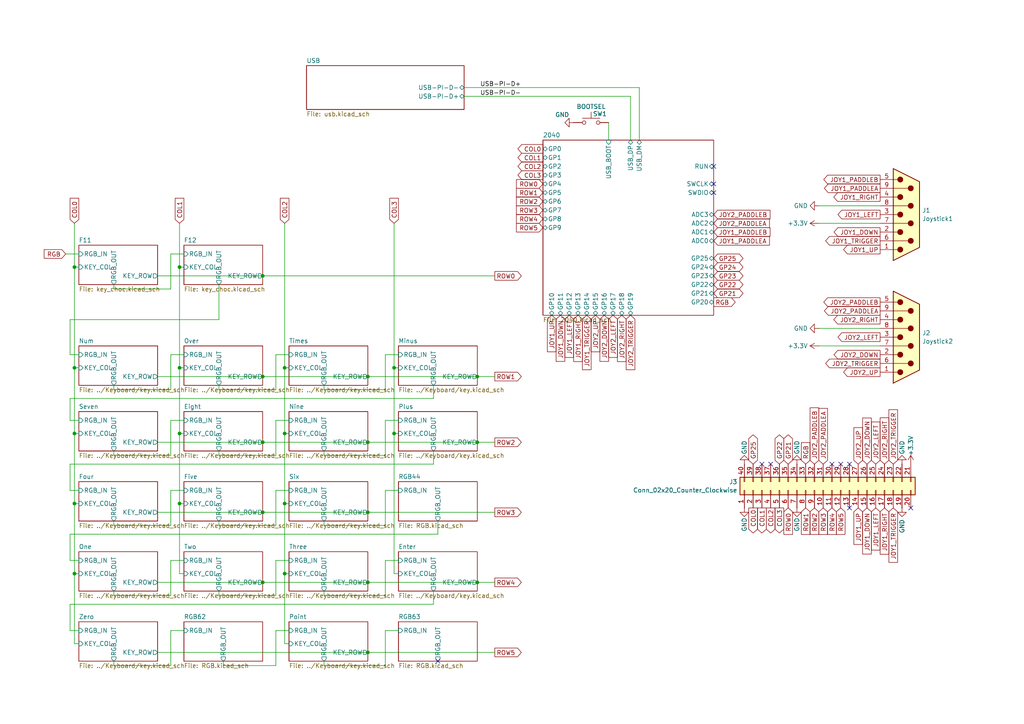
<source format=kicad_sch>
(kicad_sch (version 20231120) (generator "eeschema") (generator_version "8.0")
  (paper "A4")
  (title_block (title "Decent NumPad") (date "2024-08-09") (rev "1") (company "Decent Consulting"))
  (lib_symbols
    (symbol "Connector:DE9_Plug" (pin_names (offset 1.016) hide)
      (property "Reference" "J" (at 0 13.97 0))
      (property "Value" "DE9_Plug" (at 0 -14.605 0))
      (symbol "DE9_Plug_0_1"
        (circle (center -1.778 -10.16) (radius 0.762) (fill (type outline)))
        (circle (center -1.778 -5.08) (radius 0.762) (fill (type outline)))
        (circle (center -1.778 0) (radius 0.762) (fill (type outline)))
        (circle (center -1.778 5.08) (radius 0.762) (fill (type outline)))
        (circle (center -1.778 10.16) (radius 0.762) (fill (type outline)))
        (polyline (pts (xy -3.81 -10.16) (xy -2.54 -10.16)))
        (polyline (pts (xy -3.81 -7.62) (xy 0.508 -7.62)))
        (polyline (pts (xy -3.81 -5.08) (xy -2.54 -5.08)))
        (polyline (pts (xy -3.81 -2.54) (xy 0.508 -2.54)))
        (polyline (pts (xy -3.81 0) (xy -2.54 0)))
        (polyline (pts (xy -3.81 2.54) (xy 0.508 2.54)))
        (polyline (pts (xy -3.81 5.08) (xy -2.54 5.08)))
        (polyline (pts (xy -3.81 7.62) (xy 0.508 7.62)))
        (polyline (pts (xy -3.81 10.16) (xy -2.54 10.16)))
        (polyline (pts (xy -3.81 -13.335) (xy -3.81 13.335) (xy 3.81 9.525) (xy 3.81 -9.525) (xy -3.81 -13.335)) (stroke (width 0.254)) (fill (type background)))
        (circle (center 1.27 -7.62) (radius 0.762) (fill (type outline)))
        (circle (center 1.27 -2.54) (radius 0.762) (fill (type outline)))
        (circle (center 1.27 2.54) (radius 0.762) (fill (type outline)))
        (circle (center 1.27 7.62) (radius 0.762) (fill (type outline)))
      )
      (symbol "DE9_Plug_1_1"
        (pin passive line (at -7.62 -10.16 0) (length 3.81) (name "1") (number "1"))
        (pin passive line (at -7.62 -5.08 0) (length 3.81) (name "2") (number "2"))
        (pin passive line (at -7.62 0 0) (length 3.81) (name "3") (number "3"))
        (pin passive line (at -7.62 5.08 0) (length 3.81) (name "4") (number "4"))
        (pin passive line (at -7.62 10.16 0) (length 3.81) (name "5") (number "5"))
        (pin passive line (at -7.62 -7.62 0) (length 3.81) (name "6") (number "6"))
        (pin passive line (at -7.62 -2.54 0) (length 3.81) (name "7") (number "7"))
        (pin passive line (at -7.62 2.54 0) (length 3.81) (name "8") (number "8"))
        (pin passive line (at -7.62 7.62 0) (length 3.81) (name "9") (number "9"))
      )
    )
    (symbol "Connector_Generic:Conn_02x20_Counter_Clockwise" (pin_names (offset 1.016) hide)
      (property "Reference" "J" (at 1.27 25.4 0))
      (property "Value" "Conn_02x20_Counter_Clockwise" (at 1.27 -27.94 0))
      (symbol "Conn_02x20_Counter_Clockwise_1_1"
        (rectangle (start -1.27 -25.273) (end 0 -25.527) (stroke (width 0.1524)))
        (rectangle (start -1.27 -22.733) (end 0 -22.987) (stroke (width 0.1524)))
        (rectangle (start -1.27 -20.193) (end 0 -20.447) (stroke (width 0.1524)))
        (rectangle (start -1.27 -17.653) (end 0 -17.907) (stroke (width 0.1524)))
        (rectangle (start -1.27 -15.113) (end 0 -15.367) (stroke (width 0.1524)))
        (rectangle (start -1.27 -12.573) (end 0 -12.827) (stroke (width 0.1524)))
        (rectangle (start -1.27 -10.033) (end 0 -10.287) (stroke (width 0.1524)))
        (rectangle (start -1.27 -7.493) (end 0 -7.747) (stroke (width 0.1524)))
        (rectangle (start -1.27 -4.953) (end 0 -5.207) (stroke (width 0.1524)))
        (rectangle (start -1.27 -2.413) (end 0 -2.667) (stroke (width 0.1524)))
        (rectangle (start -1.27 0.127) (end 0 -0.127) (stroke (width 0.1524)))
        (rectangle (start -1.27 2.667) (end 0 2.413) (stroke (width 0.1524)))
        (rectangle (start -1.27 5.207) (end 0 4.953) (stroke (width 0.1524)))
        (rectangle (start -1.27 7.747) (end 0 7.493) (stroke (width 0.1524)))
        (rectangle (start -1.27 10.287) (end 0 10.033) (stroke (width 0.1524)))
        (rectangle (start -1.27 12.827) (end 0 12.573) (stroke (width 0.1524)))
        (rectangle (start -1.27 15.367) (end 0 15.113) (stroke (width 0.1524)))
        (rectangle (start -1.27 17.907) (end 0 17.653) (stroke (width 0.1524)))
        (rectangle (start -1.27 20.447) (end 0 20.193) (stroke (width 0.1524)))
        (rectangle (start -1.27 22.987) (end 0 22.733) (stroke (width 0.1524)))
        (rectangle (start -1.27 24.13) (end 3.81 -26.67) (stroke (width 0.254)) (fill (type background)))
        (rectangle (start 3.81 -25.273) (end 2.54 -25.527) (stroke (width 0.1524)))
        (rectangle (start 3.81 -22.733) (end 2.54 -22.987) (stroke (width 0.1524)))
        (rectangle (start 3.81 -20.193) (end 2.54 -20.447) (stroke (width 0.1524)))
        (rectangle (start 3.81 -17.653) (end 2.54 -17.907) (stroke (width 0.1524)))
        (rectangle (start 3.81 -15.113) (end 2.54 -15.367) (stroke (width 0.1524)))
        (rectangle (start 3.81 -12.573) (end 2.54 -12.827) (stroke (width 0.1524)))
        (rectangle (start 3.81 -10.033) (end 2.54 -10.287) (stroke (width 0.1524)))
        (rectangle (start 3.81 -7.493) (end 2.54 -7.747) (stroke (width 0.1524)))
        (rectangle (start 3.81 -4.953) (end 2.54 -5.207) (stroke (width 0.1524)))
        (rectangle (start 3.81 -2.413) (end 2.54 -2.667) (stroke (width 0.1524)))
        (rectangle (start 3.81 0.127) (end 2.54 -0.127) (stroke (width 0.1524)))
        (rectangle (start 3.81 2.667) (end 2.54 2.413) (stroke (width 0.1524)))
        (rectangle (start 3.81 5.207) (end 2.54 4.953) (stroke (width 0.1524)))
        (rectangle (start 3.81 7.747) (end 2.54 7.493) (stroke (width 0.1524)))
        (rectangle (start 3.81 10.287) (end 2.54 10.033) (stroke (width 0.1524)))
        (rectangle (start 3.81 12.827) (end 2.54 12.573) (stroke (width 0.1524)))
        (rectangle (start 3.81 15.367) (end 2.54 15.113) (stroke (width 0.1524)))
        (rectangle (start 3.81 17.907) (end 2.54 17.653) (stroke (width 0.1524)))
        (rectangle (start 3.81 20.447) (end 2.54 20.193) (stroke (width 0.1524)))
        (rectangle (start 3.81 22.987) (end 2.54 22.733) (stroke (width 0.1524)))
        (pin passive line (at -5.08 22.86 0) (length 3.81) (name "Pin_1") (number "1"))
        (pin passive line (at -5.08 0 0) (length 3.81) (name "Pin_10") (number "10"))
        (pin passive line (at -5.08 -2.54 0) (length 3.81) (name "Pin_11") (number "11"))
        (pin passive line (at -5.08 -5.08 0) (length 3.81) (name "Pin_12") (number "12"))
        (pin passive line (at -5.08 -7.62 0) (length 3.81) (name "Pin_13") (number "13"))
        (pin passive line (at -5.08 -10.16 0) (length 3.81) (name "Pin_14") (number "14"))
        (pin passive line (at -5.08 -12.7 0) (length 3.81) (name "Pin_15") (number "15"))
        (pin passive line (at -5.08 -15.24 0) (length 3.81) (name "Pin_16") (number "16"))
        (pin passive line (at -5.08 -17.78 0) (length 3.81) (name "Pin_17") (number "17"))
        (pin passive line (at -5.08 -20.32 0) (length 3.81) (name "Pin_18") (number "18"))
        (pin passive line (at -5.08 -22.86 0) (length 3.81) (name "Pin_19") (number "19"))
        (pin passive line (at -5.08 20.32 0) (length 3.81) (name "Pin_2") (number "2"))
        (pin passive line (at -5.08 -25.4 0) (length 3.81) (name "Pin_20") (number "20"))
        (pin passive line (at 7.62 -25.4 180) (length 3.81) (name "Pin_21") (number "21"))
        (pin passive line (at 7.62 -22.86 180) (length 3.81) (name "Pin_22") (number "22"))
        (pin passive line (at 7.62 -20.32 180) (length 3.81) (name "Pin_23") (number "23"))
        (pin passive line (at 7.62 -17.78 180) (length 3.81) (name "Pin_24") (number "24"))
        (pin passive line (at 7.62 -15.24 180) (length 3.81) (name "Pin_25") (number "25"))
        (pin passive line (at 7.62 -12.7 180) (length 3.81) (name "Pin_26") (number "26"))
        (pin passive line (at 7.62 -10.16 180) (length 3.81) (name "Pin_27") (number "27"))
        (pin passive line (at 7.62 -7.62 180) (length 3.81) (name "Pin_28") (number "28"))
        (pin passive line (at 7.62 -5.08 180) (length 3.81) (name "Pin_29") (number "29"))
        (pin passive line (at -5.08 17.78 0) (length 3.81) (name "Pin_3") (number "3"))
        (pin passive line (at 7.62 -2.54 180) (length 3.81) (name "Pin_30") (number "30"))
        (pin passive line (at 7.62 0 180) (length 3.81) (name "Pin_31") (number "31"))
        (pin passive line (at 7.62 2.54 180) (length 3.81) (name "Pin_32") (number "32"))
        (pin passive line (at 7.62 5.08 180) (length 3.81) (name "Pin_33") (number "33"))
        (pin passive line (at 7.62 7.62 180) (length 3.81) (name "Pin_34") (number "34"))
        (pin passive line (at 7.62 10.16 180) (length 3.81) (name "Pin_35") (number "35"))
        (pin passive line (at 7.62 12.7 180) (length 3.81) (name "Pin_36") (number "36"))
        (pin passive line (at 7.62 15.24 180) (length 3.81) (name "Pin_37") (number "37"))
        (pin passive line (at 7.62 17.78 180) (length 3.81) (name "Pin_38") (number "38"))
        (pin passive line (at 7.62 20.32 180) (length 3.81) (name "Pin_39") (number "39"))
        (pin passive line (at -5.08 15.24 0) (length 3.81) (name "Pin_4") (number "4"))
        (pin passive line (at 7.62 22.86 180) (length 3.81) (name "Pin_40") (number "40"))
        (pin passive line (at -5.08 12.7 0) (length 3.81) (name "Pin_5") (number "5"))
        (pin passive line (at -5.08 10.16 0) (length 3.81) (name "Pin_6") (number "6"))
        (pin passive line (at -5.08 7.62 0) (length 3.81) (name "Pin_7") (number "7"))
        (pin passive line (at -5.08 5.08 0) (length 3.81) (name "Pin_8") (number "8"))
        (pin passive line (at -5.08 2.54 0) (length 3.81) (name "Pin_9") (number "9"))
      )
    )
    (symbol "Switch:SW_Push" (pin_numbers hide) (pin_names (offset 1.016) hide)
      (property "Reference" "SW" (at 1.27 2.54 0))
      (property "Value" "SW_Push" (at 0 -1.524 0))
      (symbol "SW_Push_0_1"
        (circle (center -2.032 0) (radius 0.508))
        (polyline (pts (xy 0 1.27) (xy 0 3.048)))
        (polyline (pts (xy 2.54 1.27) (xy -2.54 1.27)))
        (circle (center 2.032 0) (radius 0.508))
        (pin passive line (at -5.08 0 0) (length 2.54) (name "1") (number "1"))
        (pin passive line (at 5.08 0 180) (length 2.54) (name "2") (number "2"))
      )
    )
    (symbol "power:+3.3V" (power) (pin_numbers hide) (pin_names (offset 0) hide)
      (property "Value" "+3.3V" (at 0 3.556 0))
      (symbol "+3.3V_0_1"
        (polyline (pts (xy -0.762 1.27) (xy 0 2.54)))
        (polyline (pts (xy 0 0) (xy 0 2.54)))
        (polyline (pts (xy 0 2.54) (xy 0.762 1.27)))
      )
      (symbol "+3.3V_1_1"
        (pin power_in line (at 0 0 90) (length 0) (name "~") (number "1"))
      )
    )
    (symbol "power:GND" (power) (pin_numbers hide) (pin_names (offset 0) hide)
      (property "Value" "GND" (at 0 -3.81 0))
      (symbol "GND_0_1"
        (polyline (pts (xy 0 0) (xy 0 -1.27) (xy 1.27 -1.27) (xy 0 -2.54) (xy -1.27 -1.27) (xy 0 -1.27)))
      )
      (symbol "GND_1_1"
        (pin power_in line (at 0 0 270) (length 0) (name "~") (number "1"))
      )
    )
  )
  (junction (at 52.07 106.68))
  (junction (at 21.59 166.37))
  (junction (at 52.07 146.05))
  (junction (at 82.55 166.37))
  (junction (at 106.68 109.22))
  (junction (at 76.2 80.01))
  (junction (at 106.68 168.91))
  (junction (at 82.55 106.68))
  (junction (at 52.07 125.73))
  (junction (at 76.2 168.91))
  (junction (at 82.55 125.73))
  (junction (at 106.68 148.59))
  (junction (at 138.43 128.27))
  (junction (at 21.59 106.68))
  (junction (at 21.59 146.05))
  (junction (at 82.55 146.05))
  (junction (at 138.43 168.91))
  (junction (at 76.2 109.22))
  (junction (at 21.59 125.73))
  (junction (at 114.3 125.73))
  (junction (at 114.3 106.68))
  (junction (at 21.59 77.47))
  (junction (at 138.43 109.22))
  (junction (at 76.2 128.27))
  (junction (at 106.68 189.23))
  (junction (at 52.07 77.47))
  (junction (at 76.2 148.59))
  (junction (at 106.68 128.27))
  (no_connect (at 127 191.77))
  (no_connect (at 207.01 55.88))
  (no_connect (at 207.01 48.26))
  (no_connect (at 243.84 134.62))
  (no_connect (at 223.52 134.62))
  (no_connect (at 241.3 134.62))
  (no_connect (at 246.38 147.32))
  (no_connect (at 264.16 147.32))
  (no_connect (at 246.38 134.62))
  (no_connect (at 207.01 53.34))
  (no_connect (at 220.98 134.62))
  (wire (pts (xy 45.72 168.91) (xy 76.2 168.91)))
  (wire (pts (xy 76.2 80.01) (xy 143.51 80.01)))
  (wire (pts (xy 21.59 125.73) (xy 22.86 125.73)))
  (wire (pts (xy 21.59 64.77) (xy 21.59 77.47)))
  (wire (pts (xy 76.2 109.22) (xy 106.68 109.22)))
  (wire (pts (xy 20.32 154.94) (xy 20.32 162.56)))
  (wire (pts (xy 20.32 121.92) (xy 22.86 121.92)))
  (wire (pts (xy 114.3 106.68) (xy 114.3 125.73)))
  (wire (pts (xy 185.42 40.64) (xy 185.42 25.4)))
  (wire (pts (xy 45.72 80.01) (xy 76.2 80.01)))
  (wire (pts (xy 63.5 113.03) (xy 80.01 113.03)))
  (wire (pts (xy 49.53 193.04) (xy 49.53 182.88)))
  (wire (pts (xy 106.68 168.91) (xy 138.43 168.91)))
  (wire (pts (xy 45.72 109.22) (xy 76.2 109.22)))
  (wire (pts (xy 80.01 142.24) (xy 83.82 142.24)))
  (wire (pts (xy 115.57 106.68) (xy 114.3 106.68)))
  (wire (pts (xy 111.76 182.88) (xy 115.57 182.88)))
  (wire (pts (xy 114.3 166.37) (xy 115.57 166.37)))
  (wire (pts (xy 63.5 172.72) (xy 80.01 172.72)))
  (wire (pts (xy 64.77 191.77) (xy 64.77 193.04)))
  (wire (pts (xy 33.02 132.08) (xy 49.53 132.08)))
  (wire (pts (xy 114.3 125.73) (xy 115.57 125.73)))
  (wire (pts (xy 93.98 111.76) (xy 93.98 113.03)))
  (wire (pts (xy 76.2 168.91) (xy 106.68 168.91)))
  (wire (pts (xy 176.53 35.56) (xy 176.53 40.64)))
  (wire (pts (xy 63.5 92.71) (xy 20.32 92.71)))
  (wire (pts (xy 93.98 172.72) (xy 111.76 172.72)))
  (wire (pts (xy 182.88 27.94) (xy 134.62 27.94)))
  (wire (pts (xy 138.43 109.22) (xy 143.51 109.22)))
  (wire (pts (xy 21.59 186.69) (xy 22.86 186.69)))
  (wire (pts (xy 49.53 73.66) (xy 53.34 73.66)))
  (wire (pts (xy 138.43 128.27) (xy 143.51 128.27)))
  (wire (pts (xy 114.3 64.77) (xy 114.3 106.68)))
  (wire (pts (xy 82.55 64.77) (xy 82.55 106.68)))
  (wire (pts (xy 21.59 77.47) (xy 21.59 106.68)))
  (wire (pts (xy 33.02 151.13) (xy 33.02 152.4)))
  (wire (pts (xy 33.02 152.4) (xy 49.53 152.4)))
  (wire (pts (xy 237.49 100.33) (xy 255.27 100.33)))
  (wire (pts (xy 82.55 186.69) (xy 83.82 186.69)))
  (wire (pts (xy 93.98 193.04) (xy 111.76 193.04)))
  (wire (pts (xy 82.55 166.37) (xy 82.55 186.69)))
  (wire (pts (xy 52.07 146.05) (xy 52.07 166.37)))
  (wire (pts (xy 76.2 148.59) (xy 106.68 148.59)))
  (wire (pts (xy 21.59 166.37) (xy 22.86 166.37)))
  (wire (pts (xy 127 154.94) (xy 127 151.13)))
  (wire (pts (xy 21.59 106.68) (xy 22.86 106.68)))
  (wire (pts (xy 80.01 102.87) (xy 83.82 102.87)))
  (wire (pts (xy 33.02 191.77) (xy 33.02 193.04)))
  (wire (pts (xy 80.01 182.88) (xy 83.82 182.88)))
  (wire (pts (xy 20.32 134.62) (xy 20.32 142.24)))
  (wire (pts (xy 93.98 152.4) (xy 111.76 152.4)))
  (wire (pts (xy 52.07 106.68) (xy 53.34 106.68)))
  (wire (pts (xy 111.76 152.4) (xy 111.76 142.24)))
  (wire (pts (xy 93.98 130.81) (xy 93.98 132.08)))
  (wire (pts (xy 20.32 175.26) (xy 20.32 182.88)))
  (wire (pts (xy 82.55 125.73) (xy 83.82 125.73)))
  (wire (pts (xy 33.02 83.82) (xy 49.53 83.82)))
  (wire (pts (xy 21.59 125.73) (xy 21.59 146.05)))
  (wire (pts (xy 33.02 130.81) (xy 33.02 132.08)))
  (wire (pts (xy 63.5 111.76) (xy 63.5 113.03)))
  (wire (pts (xy 33.02 171.45) (xy 33.02 172.72)))
  (wire (pts (xy 49.53 162.56) (xy 53.34 162.56)))
  (wire (pts (xy 20.32 142.24) (xy 22.86 142.24)))
  (wire (pts (xy 21.59 146.05) (xy 21.59 166.37)))
  (wire (pts (xy 49.53 121.92) (xy 53.34 121.92)))
  (wire (pts (xy 106.68 109.22) (xy 138.43 109.22)))
  (wire (pts (xy 80.01 113.03) (xy 80.01 102.87)))
  (wire (pts (xy 33.02 113.03) (xy 49.53 113.03)))
  (wire (pts (xy 80.01 193.04) (xy 80.01 182.88)))
  (wire (pts (xy 22.86 77.47) (xy 21.59 77.47)))
  (wire (pts (xy 111.76 132.08) (xy 111.76 121.92)))
  (wire (pts (xy 82.55 146.05) (xy 82.55 166.37)))
  (wire (pts (xy 33.02 111.76) (xy 33.02 113.03)))
  (wire (pts (xy 64.77 193.04) (xy 80.01 193.04)))
  (wire (pts (xy 111.76 102.87) (xy 115.57 102.87)))
  (wire (pts (xy 21.59 166.37) (xy 21.59 186.69)))
  (wire (pts (xy 19.05 73.66) (xy 22.86 73.66)))
  (wire (pts (xy 80.01 152.4) (xy 80.01 142.24)))
  (wire (pts (xy 237.49 95.25) (xy 255.27 95.25)))
  (wire (pts (xy 52.07 64.77) (xy 52.07 77.47)))
  (wire (pts (xy 125.73 111.76) (xy 125.73 115.57)))
  (wire (pts (xy 114.3 125.73) (xy 114.3 166.37)))
  (wire (pts (xy 63.5 130.81) (xy 63.5 132.08)))
  (wire (pts (xy 63.5 82.55) (xy 63.5 92.71)))
  (wire (pts (xy 52.07 125.73) (xy 52.07 146.05)))
  (wire (pts (xy 93.98 132.08) (xy 111.76 132.08)))
  (wire (pts (xy 80.01 121.92) (xy 83.82 121.92)))
  (wire (pts (xy 52.07 77.47) (xy 52.07 106.68)))
  (wire (pts (xy 106.68 148.59) (xy 143.51 148.59)))
  (wire (pts (xy 20.32 92.71) (xy 20.32 102.87)))
  (wire (pts (xy 125.73 175.26) (xy 125.73 171.45)))
  (wire (pts (xy 93.98 191.77) (xy 93.98 193.04)))
  (wire (pts (xy 80.01 172.72) (xy 80.01 162.56)))
  (wire (pts (xy 20.32 162.56) (xy 22.86 162.56)))
  (wire (pts (xy 49.53 152.4) (xy 49.53 142.24)))
  (wire (pts (xy 82.55 106.68) (xy 82.55 125.73)))
  (wire (pts (xy 93.98 113.03) (xy 111.76 113.03)))
  (wire (pts (xy 20.32 175.26) (xy 125.73 175.26)))
  (wire (pts (xy 49.53 182.88) (xy 53.34 182.88)))
  (wire (pts (xy 49.53 83.82) (xy 49.53 73.66)))
  (wire (pts (xy 45.72 148.59) (xy 76.2 148.59)))
  (wire (pts (xy 33.02 172.72) (xy 49.53 172.72)))
  (wire (pts (xy 45.72 128.27) (xy 76.2 128.27)))
  (wire (pts (xy 237.49 64.77) (xy 255.27 64.77)))
  (wire (pts (xy 20.32 182.88) (xy 22.86 182.88)))
  (wire (pts (xy 63.5 132.08) (xy 80.01 132.08)))
  (wire (pts (xy 138.43 168.91) (xy 143.51 168.91)))
  (wire (pts (xy 182.88 40.64) (xy 182.88 27.94)))
  (wire (pts (xy 49.53 142.24) (xy 53.34 142.24)))
  (wire (pts (xy 111.76 172.72) (xy 111.76 162.56)))
  (wire (pts (xy 80.01 162.56) (xy 83.82 162.56)))
  (wire (pts (xy 82.55 166.37) (xy 83.82 166.37)))
  (wire (pts (xy 20.32 154.94) (xy 127 154.94)))
  (wire (pts (xy 237.49 59.69) (xy 255.27 59.69)))
  (wire (pts (xy 53.34 77.47) (xy 52.07 77.47)))
  (wire (pts (xy 63.5 171.45) (xy 63.5 172.72)))
  (wire (pts (xy 49.53 102.87) (xy 53.34 102.87)))
  (wire (pts (xy 20.32 102.87) (xy 22.86 102.87)))
  (wire (pts (xy 106.68 128.27) (xy 138.43 128.27)))
  (wire (pts (xy 80.01 121.92) (xy 80.01 132.08)))
  (wire (pts (xy 111.76 142.24) (xy 115.57 142.24)))
  (wire (pts (xy 20.32 115.57) (xy 20.32 121.92)))
  (wire (pts (xy 52.07 166.37) (xy 53.34 166.37)))
  (wire (pts (xy 20.32 134.62) (xy 125.73 134.62)))
  (wire (pts (xy 63.5 151.13) (xy 63.5 152.4)))
  (wire (pts (xy 33.02 193.04) (xy 49.53 193.04)))
  (wire (pts (xy 52.07 146.05) (xy 53.34 146.05)))
  (wire (pts (xy 21.59 146.05) (xy 22.86 146.05)))
  (wire (pts (xy 49.53 172.72) (xy 49.53 162.56)))
  (wire (pts (xy 111.76 113.03) (xy 111.76 102.87)))
  (wire (pts (xy 82.55 146.05) (xy 83.82 146.05)))
  (wire (pts (xy 52.07 125.73) (xy 53.34 125.73)))
  (wire (pts (xy 21.59 106.68) (xy 21.59 125.73)))
  (wire (pts (xy 63.5 152.4) (xy 80.01 152.4)))
  (wire (pts (xy 52.07 106.68) (xy 52.07 125.73)))
  (wire (pts (xy 106.68 189.23) (xy 143.51 189.23)))
  (wire (pts (xy 82.55 125.73) (xy 82.55 146.05)))
  (wire (pts (xy 33.02 82.55) (xy 33.02 83.82)))
  (wire (pts (xy 83.82 106.68) (xy 82.55 106.68)))
  (wire (pts (xy 49.53 132.08) (xy 49.53 121.92)))
  (wire (pts (xy 125.73 115.57) (xy 20.32 115.57)))
  (wire (pts (xy 111.76 193.04) (xy 111.76 182.88)))
  (wire (pts (xy 45.72 189.23) (xy 106.68 189.23)))
  (wire (pts (xy 111.76 121.92) (xy 115.57 121.92)))
  (wire (pts (xy 76.2 128.27) (xy 106.68 128.27)))
  (wire (pts (xy 93.98 151.13) (xy 93.98 152.4)))
  (wire (pts (xy 49.53 113.03) (xy 49.53 102.87)))
  (wire (pts (xy 93.98 171.45) (xy 93.98 172.72)))
  (wire (pts (xy 125.73 134.62) (xy 125.73 130.81)))
  (wire (pts (xy 185.42 25.4) (xy 134.62 25.4)))
  (wire (pts (xy 111.76 162.56) (xy 115.57 162.56)))
  (label "USB-PI-D+" (at 151.13 25.4 180))
  (label "USB-PI-D-" (at 151.13 27.94 180))
  (global_label "GP23" (shape bidirectional) (at 207.01 80.01 0) (property "Intersheetrefs" "${INTERSHEET_REFS}" (effects (hide yes))))
  (global_label "JOY1_PADDLEA" (shape output) (at 255.27 54.61 180) (property "Intersheetrefs" "${INTERSHEET_REFS}" (effects (hide yes))))
  (global_label "COL3" (shape output) (at 157.48 50.8 180) (property "Intersheetrefs" "${INTERSHEET_REFS}" (effects (hide yes))))
  (global_label "JOY1_TRIGGER" (shape input) (at 170.18 91.44 270) (property "Intersheetrefs" "${INTERSHEET_REFS}" (effects (hide yes))))
  (global_label "RGB" (shape input) (at 19.05 73.66 180) (property "Intersheetrefs" "${INTERSHEET_REFS}" (effects (hide yes))))
  (global_label "ROW4" (shape input) (at 241.3 147.32 270) (property "Intersheetrefs" "${INTERSHEET_REFS}" (effects (hide yes))))
  (global_label "COL0" (shape output) (at 218.44 147.32 270) (property "Intersheetrefs" "${INTERSHEET_REFS}" (effects (hide yes))))
  (global_label "JOY1_UP" (shape input) (at 248.92 147.32 270) (property "Intersheetrefs" "${INTERSHEET_REFS}" (effects (hide yes))))
  (global_label "ROW0" (shape output) (at 143.51 80.01 0) (property "Intersheetrefs" "${INTERSHEET_REFS}" (effects (hide yes))))
  (global_label "ROW0" (shape input) (at 228.6 147.32 270) (property "Intersheetrefs" "${INTERSHEET_REFS}" (effects (hide yes))))
  (global_label "JOY2_PADDLEB" (shape input) (at 236.22 134.62 90) (property "Intersheetrefs" "${INTERSHEET_REFS}" (effects (hide yes))))
  (global_label "JOY2_LEFT" (shape input) (at 254 134.62 90) (property "Intersheetrefs" "${INTERSHEET_REFS}" (effects (hide yes))))
  (global_label "ROW4" (shape input) (at 157.48 63.5 180) (property "Intersheetrefs" "${INTERSHEET_REFS}" (effects (hide yes))))
  (global_label "JOY2_RIGHT" (shape output) (at 255.27 92.71 180) (property "Intersheetrefs" "${INTERSHEET_REFS}" (effects (hide yes))))
  (global_label "JOY2_DOWN" (shape output) (at 255.27 102.87 180) (property "Intersheetrefs" "${INTERSHEET_REFS}" (effects (hide yes))))
  (global_label "JOY1_PADDLEA" (shape input) (at 207.01 69.85 0) (property "Intersheetrefs" "${INTERSHEET_REFS}" (effects (hide yes))))
  (global_label "JOY1_PADDLEB" (shape input) (at 207.01 67.31 0) (property "Intersheetrefs" "${INTERSHEET_REFS}" (effects (hide yes))))
  (global_label "ROW5" (shape input) (at 157.48 66.04 180) (property "Intersheetrefs" "${INTERSHEET_REFS}" (effects (hide yes))))
  (global_label "COL3" (shape output) (at 226.06 147.32 270) (property "Intersheetrefs" "${INTERSHEET_REFS}" (effects (hide yes))))
  (global_label "JOY1_TRIGGER" (shape output) (at 255.27 69.85 180) (property "Intersheetrefs" "${INTERSHEET_REFS}" (effects (hide yes))))
  (global_label "JOY2_DOWN" (shape input) (at 175.26 91.44 270) (property "Intersheetrefs" "${INTERSHEET_REFS}" (effects (hide yes))))
  (global_label "JOY1_PADDLEB" (shape output) (at 255.27 52.07 180) (property "Intersheetrefs" "${INTERSHEET_REFS}" (effects (hide yes))))
  (global_label "JOY2_LEFT" (shape output) (at 255.27 97.79 180) (property "Intersheetrefs" "${INTERSHEET_REFS}" (effects (hide yes))))
  (global_label "ROW5" (shape input) (at 243.84 147.32 270) (property "Intersheetrefs" "${INTERSHEET_REFS}" (effects (hide yes))))
  (global_label "JOY1_UP" (shape output) (at 255.27 72.39 180) (property "Intersheetrefs" "${INTERSHEET_REFS}" (effects (hide yes))))
  (global_label "COL2" (shape output) (at 157.48 48.26 180) (property "Intersheetrefs" "${INTERSHEET_REFS}" (effects (hide yes))))
  (global_label "ROW1" (shape input) (at 233.68 147.32 270) (property "Intersheetrefs" "${INTERSHEET_REFS}" (effects (hide yes))))
  (global_label "GP22" (shape bidirectional) (at 226.06 134.62 90) (property "Intersheetrefs" "${INTERSHEET_REFS}" (effects (hide yes))))
  (global_label "GP22" (shape bidirectional) (at 207.01 82.55 0) (property "Intersheetrefs" "${INTERSHEET_REFS}" (effects (hide yes))))
  (global_label "JOY1_DOWN" (shape input) (at 162.56 91.44 270) (property "Intersheetrefs" "${INTERSHEET_REFS}" (effects (hide yes))))
  (global_label "ROW4" (shape output) (at 143.51 168.91 0) (property "Intersheetrefs" "${INTERSHEET_REFS}" (effects (hide yes))))
  (global_label "COL1" (shape output) (at 220.98 147.32 270) (property "Intersheetrefs" "${INTERSHEET_REFS}" (effects (hide yes))))
  (global_label "JOY2_PADDLEA" (shape input) (at 238.76 134.62 90) (property "Intersheetrefs" "${INTERSHEET_REFS}" (effects (hide yes))))
  (global_label "JOY1_TRIGGER" (shape input) (at 259.08 147.32 270) (property "Intersheetrefs" "${INTERSHEET_REFS}" (effects (hide yes))))
  (global_label "JOY1_DOWN" (shape output) (at 255.27 67.31 180) (property "Intersheetrefs" "${INTERSHEET_REFS}" (effects (hide yes))))
  (global_label "JOY1_RIGHT" (shape input) (at 167.64 91.44 270) (property "Intersheetrefs" "${INTERSHEET_REFS}" (effects (hide yes))))
  (global_label "JOY2_RIGHT" (shape input) (at 256.54 134.62 90) (property "Intersheetrefs" "${INTERSHEET_REFS}" (effects (hide yes))))
  (global_label "ROW2" (shape output) (at 143.51 128.27 0) (property "Intersheetrefs" "${INTERSHEET_REFS}" (effects (hide yes))))
  (global_label "JOY1_LEFT" (shape input) (at 165.1 91.44 270) (property "Intersheetrefs" "${INTERSHEET_REFS}" (effects (hide yes))))
  (global_label "ROW2" (shape input) (at 157.48 58.42 180) (property "Intersheetrefs" "${INTERSHEET_REFS}" (effects (hide yes))))
  (global_label "COL2" (shape input) (at 82.55 64.77 90) (property "Intersheetrefs" "${INTERSHEET_REFS}" (effects (hide yes))))
  (global_label "JOY2_UP" (shape input) (at 172.72 91.44 270) (property "Intersheetrefs" "${INTERSHEET_REFS}" (effects (hide yes))))
  (global_label "ROW5" (shape output) (at 143.51 189.23 0) (property "Intersheetrefs" "${INTERSHEET_REFS}" (effects (hide yes))))
  (global_label "RGB" (shape output) (at 207.01 87.63 0) (property "Intersheetrefs" "${INTERSHEET_REFS}" (effects (hide yes))))
  (global_label "GP24" (shape bidirectional) (at 207.01 77.47 0) (property "Intersheetrefs" "${INTERSHEET_REFS}" (effects (hide yes))))
  (global_label "ROW3" (shape output) (at 143.51 148.59 0) (property "Intersheetrefs" "${INTERSHEET_REFS}" (effects (hide yes))))
  (global_label "JOY1_RIGHT" (shape input) (at 256.54 147.32 270) (property "Intersheetrefs" "${INTERSHEET_REFS}" (effects (hide yes))))
  (global_label "COL1" (shape output) (at 157.48 45.72 180) (property "Intersheetrefs" "${INTERSHEET_REFS}" (effects (hide yes))))
  (global_label "JOY1_LEFT" (shape output) (at 255.27 62.23 180) (property "Intersheetrefs" "${INTERSHEET_REFS}" (effects (hide yes))))
  (global_label "JOY2_TRIGGER" (shape output) (at 255.27 105.41 180) (property "Intersheetrefs" "${INTERSHEET_REFS}" (effects (hide yes))))
  (global_label "GP25" (shape bidirectional) (at 207.01 74.93 0) (property "Intersheetrefs" "${INTERSHEET_REFS}" (effects (hide yes))))
  (global_label "ROW2" (shape input) (at 236.22 147.32 270) (property "Intersheetrefs" "${INTERSHEET_REFS}" (effects (hide yes))))
  (global_label "JOY1_RIGHT" (shape output) (at 255.27 57.15 180) (property "Intersheetrefs" "${INTERSHEET_REFS}" (effects (hide yes))))
  (global_label "GP21" (shape bidirectional) (at 207.01 85.09 0) (property "Intersheetrefs" "${INTERSHEET_REFS}" (effects (hide yes))))
  (global_label "JOY2_LEFT" (shape input) (at 177.8 91.44 270) (property "Intersheetrefs" "${INTERSHEET_REFS}" (effects (hide yes))))
  (global_label "JOY1_DOWN" (shape input) (at 251.46 147.32 270) (property "Intersheetrefs" "${INTERSHEET_REFS}" (effects (hide yes))))
  (global_label "COL2" (shape output) (at 223.52 147.32 270) (property "Intersheetrefs" "${INTERSHEET_REFS}" (effects (hide yes))))
  (global_label "COL1" (shape input) (at 52.07 64.77 90) (property "Intersheetrefs" "${INTERSHEET_REFS}" (effects (hide yes))))
  (global_label "GP25" (shape bidirectional) (at 218.44 134.62 90) (property "Intersheetrefs" "${INTERSHEET_REFS}" (effects (hide yes))))
  (global_label "JOY2_PADDLEA" (shape output) (at 255.27 90.17 180) (property "Intersheetrefs" "${INTERSHEET_REFS}" (effects (hide yes))))
  (global_label "GP21" (shape bidirectional) (at 228.6 134.62 90) (property "Intersheetrefs" "${INTERSHEET_REFS}" (effects (hide yes))))
  (global_label "JOY2_DOWN" (shape input) (at 251.46 134.62 90) (property "Intersheetrefs" "${INTERSHEET_REFS}" (effects (hide yes))))
  (global_label "JOY2_TRIGGER" (shape input) (at 182.88 91.44 270) (property "Intersheetrefs" "${INTERSHEET_REFS}" (effects (hide yes))))
  (global_label "COL0" (shape input) (at 21.59 64.77 90) (property "Intersheetrefs" "${INTERSHEET_REFS}" (effects (hide yes))))
  (global_label "JOY2_UP" (shape input) (at 248.92 134.62 90) (property "Intersheetrefs" "${INTERSHEET_REFS}" (effects (hide yes))))
  (global_label "JOY2_PADDLEB" (shape output) (at 255.27 87.63 180) (property "Intersheetrefs" "${INTERSHEET_REFS}" (effects (hide yes))))
  (global_label "ROW3" (shape input) (at 238.76 147.32 270) (property "Intersheetrefs" "${INTERSHEET_REFS}" (effects (hide yes))))
  (global_label "ROW3" (shape input) (at 157.48 60.96 180) (property "Intersheetrefs" "${INTERSHEET_REFS}" (effects (hide yes))))
  (global_label "JOY2_UP" (shape output) (at 255.27 107.95 180) (property "Intersheetrefs" "${INTERSHEET_REFS}" (effects (hide yes))))
  (global_label "ROW1" (shape input) (at 157.48 55.88 180) (property "Intersheetrefs" "${INTERSHEET_REFS}" (effects (hide yes))))
  (global_label "COL0" (shape output) (at 157.48 43.18 180) (property "Intersheetrefs" "${INTERSHEET_REFS}" (effects (hide yes))))
  (global_label "JOY2_PADDLEB" (shape input) (at 207.01 62.23 0) (property "Intersheetrefs" "${INTERSHEET_REFS}" (effects (hide yes))))
  (global_label "JOY1_LEFT" (shape input) (at 254 147.32 270) (property "Intersheetrefs" "${INTERSHEET_REFS}" (effects (hide yes))))
  (global_label "COL3" (shape input) (at 114.3 64.77 90) (property "Intersheetrefs" "${INTERSHEET_REFS}" (effects (hide yes))))
  (global_label "ROW0" (shape input) (at 157.48 53.34 180) (property "Intersheetrefs" "${INTERSHEET_REFS}" (effects (hide yes))))
  (global_label "ROW1" (shape output) (at 143.51 109.22 0) (property "Intersheetrefs" "${INTERSHEET_REFS}" (effects (hide yes))))
  (global_label "JOY2_TRIGGER" (shape input) (at 259.08 134.62 90) (property "Intersheetrefs" "${INTERSHEET_REFS}" (effects (hide yes))))
  (global_label "JOY2_PADDLEA" (shape input) (at 207.01 64.77 0) (property "Intersheetrefs" "${INTERSHEET_REFS}" (effects (hide yes))))
  (global_label "JOY1_UP" (shape input) (at 160.02 91.44 270) (property "Intersheetrefs" "${INTERSHEET_REFS}" (effects (hide yes))))
  (global_label "RGB" (shape input) (at 233.68 134.62 90) (property "Intersheetrefs" "${INTERSHEET_REFS}" (effects (hide yes))))
  (global_label "JOY2_RIGHT" (shape input) (at 180.34 91.44 270) (property "Intersheetrefs" "${INTERSHEET_REFS}" (effects (hide yes))))
  (symbol (lib_id "Connector:DE9_Plug") (at 262.89 62.23 0) (unit 1) (in_bom no)
    (property "Reference" "J1" (at 267.462 61.0178 0) (effects (justify left)))
    (property "Value" "Joystick1" (at 267.462 63.4421 0) (effects (justify left)))
    (property "Footprint" "Connector_Dsub:DSUB-9_Male_Horizontal_P2.77x2.84mm_EdgePinOffset4.94mm_Housed_MountingHolesOffset7.48mm" (effects (hide yes)))
    (property "Description" "9-pin male plug pin D-SUB connector" (effects (hide yes)))
  )
  (symbol (lib_id "power:+3.3V") (at 264.16 134.62 0) (unit 1)
    (property "Reference" "#PWR010" (effects (hide yes)))
    (property "Value" "+3.3V" (at 264.16 129.286 90))
    (property "Description" "Power symbol creates a global label with name \"+3.3V\"" (effects (hide yes)))
  )
  (symbol (lib_id "power:GND") (at 166.37 35.56 270) (unit 1)
    (property "Reference" "#PWR01" (effects (hide yes)))
    (property "Value" "GND" (at 165.1 33.274 90) (effects (justify right)))
    (property "Description" "Power symbol creates a global label with name \"GND\" , ground" (effects (hide yes)))
  )
  (symbol (lib_id "Connector:DE9_Plug") (at 262.89 97.79 0) (unit 1) (in_bom no)
    (property "Reference" "J2" (at 267.462 96.5778 0) (effects (justify left)))
    (property "Value" "Joystick2" (at 267.462 99.0021 0) (effects (justify left)))
    (property "Footprint" "Connector_Dsub:DSUB-9_Male_Horizontal_P2.77x2.84mm_EdgePinOffset4.94mm_Housed_MountingHolesOffset7.48mm" (effects (hide yes)))
    (property "Description" "9-pin male plug pin D-SUB connector" (effects (hide yes)))
  )
  (symbol (lib_id "power:GND") (at 237.49 59.69 270) (unit 1)
    (property "Reference" "#PWR02" (effects (hide yes)))
    (property "Value" "GND" (at 234.3151 59.69 90) (effects (justify right)))
    (property "Description" "Power symbol creates a global label with name \"GND\" , ground" (effects (hide yes)))
  )
  (symbol (lib_id "power:+3.3V") (at 237.49 100.33 90) (unit 1)
    (property "Reference" "#PWR05" (effects (hide yes)))
    (property "Value" "+3.3V" (at 234.315 100.33 90) (effects (justify left)))
    (property "Description" "Power symbol creates a global label with name \"+3.3V\"" (effects (hide yes)))
  )
  (symbol (lib_id "power:GND") (at 237.49 95.25 270) (unit 1)
    (property "Reference" "#PWR04" (effects (hide yes)))
    (property "Value" "GND" (at 234.3151 95.25 90) (effects (justify right)))
    (property "Description" "Power symbol creates a global label with name \"GND\" , ground" (effects (hide yes)))
  )
  (symbol (lib_id "power:GND") (at 215.9 147.32 0) (unit 1)
    (property "Reference" "#PWR011" (effects (hide yes)))
    (property "Value" "GND" (at 215.9 152.146 90))
    (property "Description" "Power symbol creates a global label with name \"GND\" , ground" (effects (hide yes)))
  )
  (symbol (lib_id "power:GND") (at 231.14 147.32 0) (unit 1)
    (property "Reference" "#PWR012" (effects (hide yes)))
    (property "Value" "GND" (at 231.14 152.146 90))
    (property "Description" "Power symbol creates a global label with name \"GND\" , ground" (effects (hide yes)))
  )
  (symbol (lib_id "power:GND") (at 261.62 134.62 180) (unit 1)
    (property "Reference" "#PWR09" (effects (hide yes)))
    (property "Value" "GND" (at 261.62 129.794 90))
    (property "Description" "Power symbol creates a global label with name \"GND\" , ground" (effects (hide yes)))
  )
  (symbol (lib_id "power:GND") (at 215.9 134.62 180) (unit 1)
    (property "Reference" "#PWR06" (effects (hide yes)))
    (property "Value" "GND" (at 215.9 129.794 90))
    (property "Description" "Power symbol creates a global label with name \"GND\" , ground" (effects (hide yes)))
  )
  (symbol (lib_id "power:+3.3V") (at 237.49 64.77 90) (unit 1)
    (property "Reference" "#PWR03" (effects (hide yes)))
    (property "Value" "+3.3V" (at 234.315 64.77 90) (effects (justify left)))
    (property "Description" "Power symbol creates a global label with name \"+3.3V\"" (effects (hide yes)))
  )
  (symbol (lib_id "power:GND") (at 261.62 147.32 0) (unit 1)
    (property "Reference" "#PWR014" (effects (hide yes)))
    (property "Value" "GND" (at 261.62 152.654 90))
    (property "Description" "Power symbol creates a global label with name \"GND\" , ground" (effects (hide yes)))
  )
  (symbol (lib_id "power:GND") (at 231.14 134.62 180) (unit 1)
    (property "Reference" "#PWR07" (effects (hide yes)))
    (property "Value" "GND" (at 231.14 129.794 90))
    (property "Description" "Power symbol creates a global label with name \"GND\" , ground" (effects (hide yes)))
  )
  (symbol (lib_id "Switch:SW_Push") (at 171.45 35.56 0) (unit 1) (in_bom no)
    (property "Reference" "SW1" (at 173.99 33.02 0))
    (property "Value" "BOOTSEL" (at 171.45 30.9188 0))
    (property "Footprint" "Button_Switch_THT:SW_Tactile_SPST_Angled_PTS645Vx83-2LFS" (effects (hide yes)))
    (property "Description" "Push button switch, generic, two pins" (effects (hide yes)))
  )
  (symbol (lib_id "Connector_Generic:Conn_02x20_Counter_Clockwise") (at 238.76 142.24 90) (unit 1) (in_bom no)
    (property "Reference" "J3" (at 213.8681 139.7578 90) (effects (justify left)))
    (property "Value" "Conn_02x20_Counter_Clockwise" (at 213.8681 142.1821 90) (effects (justify left)))
    (property "Footprint" "Connector_PinSocket_2.54mm:PinSocket_2x20_P2.54mm_Horizontal" (effects (hide yes)))
    (property "Description" "Generic connector, double row, 02x20, counter clockwise pin numbering scheme (similar to DIP package numbering), script generated (kicad-library-utils/schlib/autogen/connector/)" (effects (hide yes)))
  )
  (sheet (at 115.57 160.02) (size 22.86 11.43) (stroke (width 0.1524))
    (property "Sheetname" "Enter" (at 115.57 159.3084 0) (effects (justify left bottom)))
    (property "Sheetfile" "../Keyboard/key.kicad_sch" (at 115.57 172.0346 0) (effects (justify left top)))
    (pin "RGB_IN" input (at 115.57 162.56 180))
    (pin "RGB_OUT" output (at 125.73 171.45 270))
    (pin "KEY_COL" input (at 115.57 166.37 180))
    (pin "KEY_ROW" output (at 138.43 168.91 0))
  )
  (sheet (at 88.9 19.05) (size 45.72 12.7) (stroke (width 0.1524))
    (property "Sheetname" "USB" (at 88.9 18.3384 0) (effects (justify left bottom)))
    (property "Sheetfile" "usb.kicad_sch" (at 88.9 32.3346 0) (effects (justify left top)))
    (pin "USB-PI-D+" bidirectional (at 134.62 27.94 0))
    (pin "USB-PI-D-" bidirectional (at 134.62 25.4 0))
  )
  (sheet (at 53.34 119.38) (size 22.86 11.43) (stroke (width 0.1524))
    (property "Sheetname" "Eight" (at 53.34 118.6684 0) (effects (justify left bottom)))
    (property "Sheetfile" "../Keyboard/key.kicad_sch" (at 53.34 131.3946 0) (effects (justify left top)))
    (pin "RGB_IN" input (at 53.34 121.92 180))
    (pin "RGB_OUT" output (at 63.5 130.81 270))
    (pin "KEY_COL" input (at 53.34 125.73 180))
    (pin "KEY_ROW" output (at 76.2 128.27 0))
  )
  (sheet (at 83.82 100.33) (size 22.86 11.43) (stroke (width 0.1524))
    (property "Sheetname" "Times" (at 83.82 99.6184 0) (effects (justify left bottom)))
    (property "Sheetfile" "../Keyboard/key.kicad_sch" (at 83.82 112.3446 0) (effects (justify left top)))
    (pin "RGB_IN" input (at 83.82 102.87 180))
    (pin "RGB_OUT" output (at 93.98 111.76 270))
    (pin "KEY_COL" input (at 83.82 106.68 180))
    (pin "KEY_ROW" output (at 106.68 109.22 0))
  )
  (sheet (at 83.82 119.38) (size 22.86 11.43) (stroke (width 0.1524))
    (property "Sheetname" "Nine" (at 83.82 118.6684 0) (effects (justify left bottom)))
    (property "Sheetfile" "../Keyboard/key.kicad_sch" (at 83.82 131.3946 0) (effects (justify left top)))
    (pin "RGB_IN" input (at 83.82 121.92 180))
    (pin "RGB_OUT" output (at 93.98 130.81 270))
    (pin "KEY_COL" input (at 83.82 125.73 180))
    (pin "KEY_ROW" output (at 106.68 128.27 0))
  )
  (sheet (at 83.82 139.7) (size 22.86 11.43) (stroke (width 0.1524))
    (property "Sheetname" "Six" (at 83.82 138.9884 0) (effects (justify left bottom)))
    (property "Sheetfile" "../Keyboard/key.kicad_sch" (at 83.82 151.7146 0) (effects (justify left top)))
    (pin "RGB_IN" input (at 83.82 142.24 180))
    (pin "RGB_OUT" output (at 93.98 151.13 270))
    (pin "KEY_COL" input (at 83.82 146.05 180))
    (pin "KEY_ROW" output (at 106.68 148.59 0))
  )
  (sheet (at 115.57 100.33) (size 22.86 11.43) (stroke (width 0.1524))
    (property "Sheetname" "Minus" (at 115.57 99.6184 0) (effects (justify left bottom)))
    (property "Sheetfile" "../Keyboard/key.kicad_sch" (at 115.57 112.3446 0) (effects (justify left top)))
    (pin "RGB_IN" input (at 115.57 102.87 180))
    (pin "RGB_OUT" output (at 125.73 111.76 270))
    (pin "KEY_COL" input (at 115.57 106.68 180))
    (pin "KEY_ROW" output (at 138.43 109.22 0))
  )
  (sheet (at 53.34 71.12) (size 22.86 11.43) (stroke (width 0.1524))
    (property "Sheetname" "F12" (at 53.34 70.4084 0) (effects (justify left bottom)))
    (property "Sheetfile" "key_choc.kicad_sch" (at 53.34 83.1346 0) (effects (justify left top)))
    (pin "RGB_IN" input (at 53.34 73.66 180))
    (pin "RGB_OUT" output (at 63.5 82.55 270))
    (pin "KEY_COL" input (at 53.34 77.47 180))
    (pin "KEY_ROW" output (at 76.2 80.01 0))
  )
  (sheet (at 22.86 180.34) (size 22.86 11.43) (stroke (width 0.1524))
    (property "Sheetname" "Zero" (at 22.86 179.6284 0) (effects (justify left bottom)))
    (property "Sheetfile" "../Keyboard/key.kicad_sch" (at 22.86 192.3546 0) (effects (justify left top)))
    (pin "RGB_IN" input (at 22.86 182.88 180))
    (pin "RGB_OUT" output (at 33.02 191.77 270))
    (pin "KEY_COL" input (at 22.86 186.69 180))
    (pin "KEY_ROW" output (at 45.72 189.23 0))
  )
  (sheet (at 22.86 71.12) (size 22.86 11.43) (stroke (width 0.1524))
    (property "Sheetname" "F11" (at 22.86 70.4084 0) (effects (justify left bottom)))
    (property "Sheetfile" "key_choc.kicad_sch" (at 22.86 83.1346 0) (effects (justify left top)))
    (pin "RGB_IN" input (at 22.86 73.66 180))
    (pin "RGB_OUT" output (at 33.02 82.55 270))
    (pin "KEY_COL" input (at 22.86 77.47 180))
    (pin "KEY_ROW" output (at 45.72 80.01 0))
  )
  (sheet (at 53.34 139.7) (size 22.86 11.43) (stroke (width 0.1524))
    (property "Sheetname" "Five" (at 53.34 138.9884 0) (effects (justify left bottom)))
    (property "Sheetfile" "../Keyboard/key.kicad_sch" (at 53.34 151.7146 0) (effects (justify left top)))
    (pin "RGB_IN" input (at 53.34 142.24 180))
    (pin "RGB_OUT" output (at 63.5 151.13 270))
    (pin "KEY_COL" input (at 53.34 146.05 180))
    (pin "KEY_ROW" output (at 76.2 148.59 0))
  )
  (sheet (at 22.86 100.33) (size 22.86 11.43) (stroke (width 0.1524))
    (property "Sheetname" "Num" (at 22.86 99.6184 0) (effects (justify left bottom)))
    (property "Sheetfile" "../Keyboard/key.kicad_sch" (at 22.86 112.3446 0) (effects (justify left top)))
    (pin "RGB_IN" input (at 22.86 102.87 180))
    (pin "RGB_OUT" output (at 33.02 111.76 270))
    (pin "KEY_COL" input (at 22.86 106.68 180))
    (pin "KEY_ROW" output (at 45.72 109.22 0))
  )
  (sheet (at 115.57 139.7) (size 22.86 11.43) (stroke (width 0.1524))
    (property "Sheetname" "RGB44" (at 115.57 138.9884 0) (effects (justify left bottom)))
    (property "Sheetfile" "RGB.kicad_sch" (at 115.57 151.7146 0) (effects (justify left top)))
    (pin "RGB_OUT" output (at 127 151.13 270))
    (pin "RGB_IN" input (at 115.57 142.24 180))
  )
  (sheet (at 22.86 139.7) (size 22.86 11.43) (stroke (width 0.1524))
    (property "Sheetname" "Four" (at 22.86 138.9884 0) (effects (justify left bottom)))
    (property "Sheetfile" "../Keyboard/key.kicad_sch" (at 22.86 151.7146 0) (effects (justify left top)))
    (pin "RGB_IN" input (at 22.86 142.24 180))
    (pin "RGB_OUT" output (at 33.02 151.13 270))
    (pin "KEY_COL" input (at 22.86 146.05 180))
    (pin "KEY_ROW" output (at 45.72 148.59 0))
  )
  (sheet (at 115.57 119.38) (size 22.86 11.43) (stroke (width 0.1524))
    (property "Sheetname" "Plus" (at 115.57 118.6684 0) (effects (justify left bottom)))
    (property "Sheetfile" "../Keyboard/key.kicad_sch" (at 115.57 131.3946 0) (effects (justify left top)))
    (pin "RGB_IN" input (at 115.57 121.92 180))
    (pin "RGB_OUT" output (at 125.73 130.81 270))
    (pin "KEY_COL" input (at 115.57 125.73 180))
    (pin "KEY_ROW" output (at 138.43 128.27 0))
  )
  (sheet (at 83.82 180.34) (size 22.86 11.43) (stroke (width 0.1524))
    (property "Sheetname" "Point" (at 83.82 179.6284 0) (effects (justify left bottom)))
    (property "Sheetfile" "../Keyboard/key.kicad_sch" (at 83.82 192.3546 0) (effects (justify left top)))
    (pin "RGB_IN" input (at 83.82 182.88 180))
    (pin "RGB_OUT" output (at 93.98 191.77 270))
    (pin "KEY_COL" input (at 83.82 186.69 180))
    (pin "KEY_ROW" output (at 106.68 189.23 0))
  )
  (sheet (at 53.34 100.33) (size 22.86 11.43) (stroke (width 0.1524))
    (property "Sheetname" "Over" (at 53.34 99.6184 0) (effects (justify left bottom)))
    (property "Sheetfile" "../Keyboard/key.kicad_sch" (at 53.34 112.3446 0) (effects (justify left top)))
    (pin "RGB_IN" input (at 53.34 102.87 180))
    (pin "RGB_OUT" output (at 63.5 111.76 270))
    (pin "KEY_COL" input (at 53.34 106.68 180))
    (pin "KEY_ROW" output (at 76.2 109.22 0))
  )
  (sheet (at 22.86 160.02) (size 22.86 11.43) (stroke (width 0.1524))
    (property "Sheetname" "One" (at 22.86 159.3084 0) (effects (justify left bottom)))
    (property "Sheetfile" "../Keyboard/key.kicad_sch" (at 22.86 172.0346 0) (effects (justify left top)))
    (pin "RGB_IN" input (at 22.86 162.56 180))
    (pin "RGB_OUT" output (at 33.02 171.45 270))
    (pin "KEY_COL" input (at 22.86 166.37 180))
    (pin "KEY_ROW" output (at 45.72 168.91 0))
  )
  (sheet (at 83.82 160.02) (size 22.86 11.43) (stroke (width 0.1524))
    (property "Sheetname" "Three" (at 83.82 159.3084 0) (effects (justify left bottom)))
    (property "Sheetfile" "../Keyboard/key.kicad_sch" (at 83.82 172.0346 0) (effects (justify left top)))
    (pin "RGB_IN" input (at 83.82 162.56 180))
    (pin "RGB_OUT" output (at 93.98 171.45 270))
    (pin "KEY_COL" input (at 83.82 166.37 180))
    (pin "KEY_ROW" output (at 106.68 168.91 0))
  )
  (sheet (at 53.34 180.34) (size 22.86 11.43) (stroke (width 0.1524))
    (property "Sheetname" "RGB62" (at 53.34 179.6284 0) (effects (justify left bottom)))
    (property "Sheetfile" "RGB.kicad_sch" (at 53.34 192.3546 0) (effects (justify left top)))
    (pin "RGB_OUT" output (at 64.77 191.77 270))
    (pin "RGB_IN" input (at 53.34 182.88 180))
  )
  (sheet (at 22.86 119.38) (size 22.86 11.43) (stroke (width 0.1524))
    (property "Sheetname" "Seven" (at 22.86 118.6684 0) (effects (justify left bottom)))
    (property "Sheetfile" "../Keyboard/key.kicad_sch" (at 22.86 131.3946 0) (effects (justify left top)))
    (pin "RGB_IN" input (at 22.86 121.92 180))
    (pin "RGB_OUT" output (at 33.02 130.81 270))
    (pin "KEY_COL" input (at 22.86 125.73 180))
    (pin "KEY_ROW" output (at 45.72 128.27 0))
  )
  (sheet (at 115.57 180.34) (size 22.86 11.43) (stroke (width 0.1524))
    (property "Sheetname" "RGB63" (at 115.57 179.6284 0) (effects (justify left bottom)))
    (property "Sheetfile" "RGB.kicad_sch" (at 115.57 192.3546 0) (effects (justify left top)))
    (pin "RGB_OUT" output (at 127 191.77 270))
    (pin "RGB_IN" input (at 115.57 182.88 180))
  )
  (sheet (at 53.34 160.02) (size 22.86 11.43) (stroke (width 0.1524))
    (property "Sheetname" "Two" (at 53.34 159.3084 0) (effects (justify left bottom)))
    (property "Sheetfile" "../Keyboard/key.kicad_sch" (at 53.34 172.0346 0) (effects (justify left top)))
    (pin "RGB_IN" input (at 53.34 162.56 180))
    (pin "RGB_OUT" output (at 63.5 171.45 270))
    (pin "KEY_COL" input (at 53.34 166.37 180))
    (pin "KEY_ROW" output (at 76.2 168.91 0))
  )
  (sheet (at 157.48 40.64) (size 49.53 50.8) (stroke (width 0.1524))
    (property "Sheetname" "2040" (at 157.48 39.9284 0) (effects (justify left bottom)))
    (property "Sheetfile" "2040.kicad_sch" (at 157.48 92.0246 0) (effects (justify left top)))
    (pin "GP2" bidirectional (at 157.48 48.26 180))
    (pin "GP3" bidirectional (at 157.48 50.8 180))
    (pin "GP0" bidirectional (at 157.48 43.18 180))
    (pin "GP1" bidirectional (at 157.48 45.72 180))
    (pin "GP4" bidirectional (at 157.48 53.34 180))
    (pin "GP5" bidirectional (at 157.48 55.88 180))
    (pin "GP6" bidirectional (at 157.48 58.42 180))
    (pin "GP7" bidirectional (at 157.48 60.96 180))
    (pin "GP8" bidirectional (at 157.48 63.5 180))
    (pin "GP9" bidirectional (at 157.48 66.04 180))
    (pin "GP10" bidirectional (at 160.02 91.44 270))
    (pin "GP11" bidirectional (at 162.56 91.44 270))
    (pin "GP12" bidirectional (at 165.1 91.44 270))
    (pin "GP13" bidirectional (at 167.64 91.44 270))
    (pin "GP14" bidirectional (at 170.18 91.44 270))
    (pin "GP15" bidirectional (at 172.72 91.44 270))
    (pin "GP16" bidirectional (at 175.26 91.44 270))
    (pin "GP17" bidirectional (at 177.8 91.44 270))
    (pin "GP18" bidirectional (at 180.34 91.44 270))
    (pin "GP19" bidirectional (at 182.88 91.44 270))
    (pin "GP20" bidirectional (at 207.01 87.63 0))
    (pin "GP21" bidirectional (at 207.01 85.09 0))
    (pin "GP22" bidirectional (at 207.01 82.55 0))
    (pin "GP23" bidirectional (at 207.01 80.01 0))
    (pin "GP24" bidirectional (at 207.01 77.47 0))
    (pin "GP25" bidirectional (at 207.01 74.93 0))
    (pin "ADC0" bidirectional (at 207.01 69.85 0))
    (pin "ADC1" bidirectional (at 207.01 67.31 0))
    (pin "ADC2" bidirectional (at 207.01 64.77 0))
    (pin "ADC3" bidirectional (at 207.01 62.23 0))
    (pin "SWDIO" bidirectional (at 207.01 55.88 0))
    (pin "SWCLK" bidirectional (at 207.01 53.34 0))
    (pin "RUN" input (at 207.01 48.26 0))
    (pin "USB_DM" bidirectional (at 185.42 40.64 90))
    (pin "USB_DP" bidirectional (at 182.88 40.64 90))
    (pin "USB_BOOT" input (at 176.53 40.64 90))
  )
)
</source>
